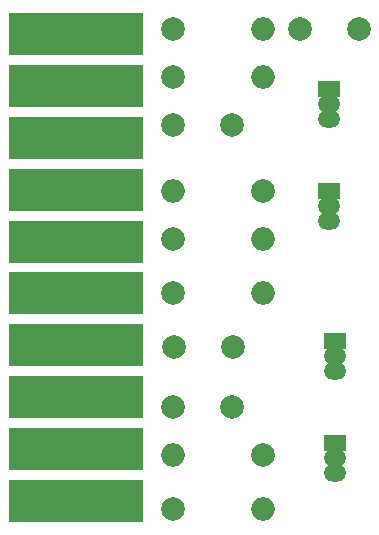
<source format=gbr>
G04 #@! TF.GenerationSoftware,KiCad,Pcbnew,(2017-12-21 revision 23d71cfa9)-makepkg*
G04 #@! TF.CreationDate,2018-08-18T12:49:31-04:00*
G04 #@! TF.ProjectId,OdysseyDaughterCardFlipFlop,4F647973736579446175676874657243,0.1*
G04 #@! TF.SameCoordinates,Original*
G04 #@! TF.FileFunction,Soldermask,Bot*
G04 #@! TF.FilePolarity,Negative*
%FSLAX46Y46*%
G04 Gerber Fmt 4.6, Leading zero omitted, Abs format (unit mm)*
G04 Created by KiCad (PCBNEW (2017-12-21 revision 23d71cfa9)-makepkg) date 08/18/18 12:49:31*
%MOMM*%
%LPD*%
G01*
G04 APERTURE LIST*
%ADD10R,11.400000X3.650000*%
%ADD11C,2.000000*%
%ADD12O,1.900000X1.450000*%
%ADD13R,1.900000X1.450000*%
%ADD14O,2.000000X2.000000*%
G04 APERTURE END LIST*
D10*
X129000000Y-81250000D03*
X129000000Y-85638888D03*
X129000000Y-90027776D03*
X129000000Y-94416664D03*
X129000000Y-98805552D03*
X129000000Y-103194440D03*
X129000000Y-107583328D03*
X129000000Y-111972216D03*
X129000000Y-116361104D03*
X129000000Y-120749992D03*
D11*
X142160000Y-88900000D03*
X137160000Y-88900000D03*
X147908000Y-80772000D03*
X152908000Y-80772000D03*
X142240000Y-107696000D03*
X137240000Y-107696000D03*
X137160000Y-112776000D03*
X142160000Y-112776000D03*
D12*
X150368000Y-87122000D03*
X150368000Y-88392000D03*
D13*
X150368000Y-85852000D03*
X150368000Y-94488000D03*
D12*
X150368000Y-97028000D03*
X150368000Y-95758000D03*
X150876000Y-108458000D03*
X150876000Y-109728000D03*
D13*
X150876000Y-107188000D03*
X150876000Y-115824000D03*
D12*
X150876000Y-118364000D03*
X150876000Y-117094000D03*
D11*
X137160000Y-84836000D03*
D14*
X144780000Y-84836000D03*
X144780000Y-80772000D03*
D11*
X137160000Y-80772000D03*
D14*
X137160000Y-94488000D03*
D11*
X144780000Y-94488000D03*
D14*
X144780000Y-121412000D03*
D11*
X137160000Y-121412000D03*
X137160000Y-103124000D03*
D14*
X144780000Y-103124000D03*
D11*
X137160000Y-98552000D03*
D14*
X144780000Y-98552000D03*
D11*
X144780000Y-116840000D03*
D14*
X137160000Y-116840000D03*
M02*

</source>
